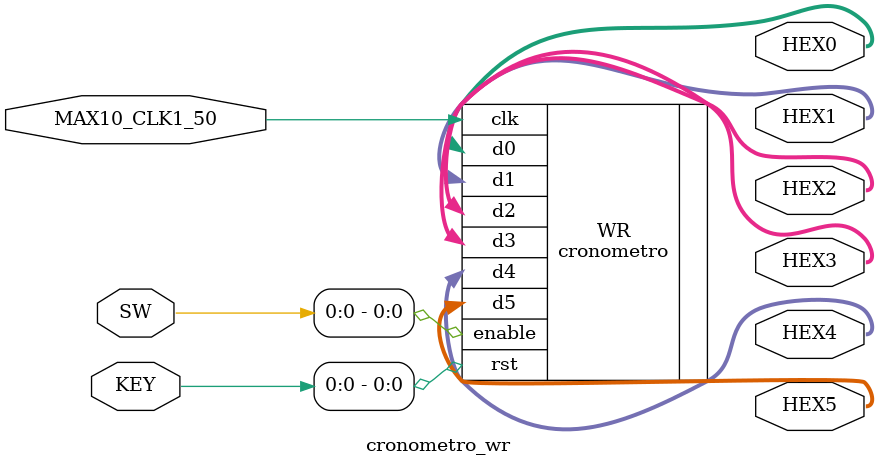
<source format=v>
module cronometro_wr (
	input MAX10_CLK1_50,
	input [1:0] KEY,
	input [9:0] SW,
	output [0:6] HEX3,
	output [0:6] HEX0,HEX1,HEX2,HEX4,HEX5
);

	cronometro WR (
		.clk(MAX10_CLK1_50),
		.rst(KEY[0]),
		.enable(SW[0]),
		.d0(HEX0),
		.d1(HEX1),
		.d2(HEX2),
		.d3(HEX3),
		.d4(HEX4),
		.d5(HEX5)
	);

endmodule
</source>
